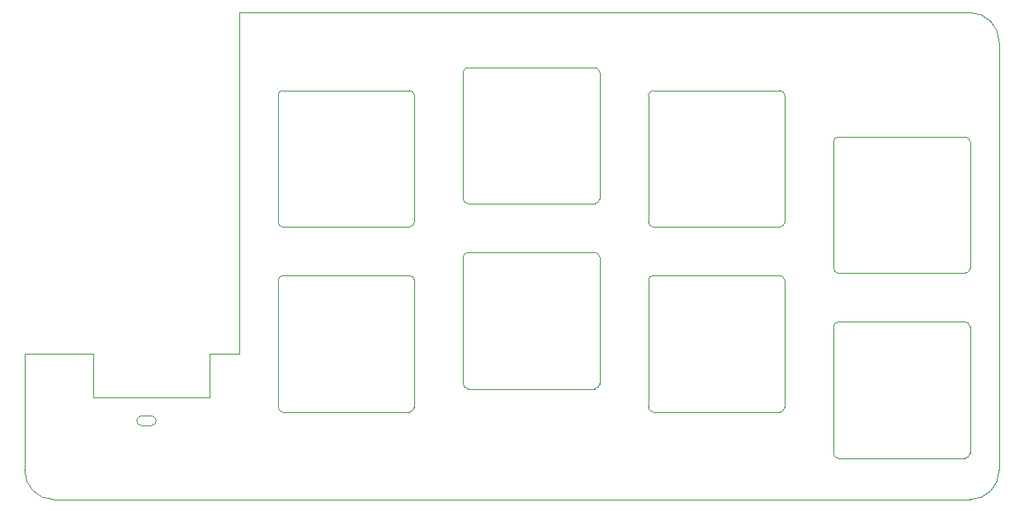
<source format=gbr>
%TF.GenerationSoftware,KiCad,Pcbnew,(5.1.10)-1*%
%TF.CreationDate,2021-09-16T21:09:05-04:00*%
%TF.ProjectId,small-paintbrush-hotswap-mxplate,736d616c-6c2d-4706-9169-6e7462727573,rev?*%
%TF.SameCoordinates,Original*%
%TF.FileFunction,Profile,NP*%
%FSLAX46Y46*%
G04 Gerber Fmt 4.6, Leading zero omitted, Abs format (unit mm)*
G04 Created by KiCad (PCBNEW (5.1.10)-1) date 2021-09-16 21:09:05*
%MOMM*%
%LPD*%
G01*
G04 APERTURE LIST*
%TA.AperFunction,Profile*%
%ADD10C,0.050000*%
%TD*%
G04 APERTURE END LIST*
D10*
X79901737Y-53599424D02*
X72901737Y-53599424D01*
X79901737Y-58099424D02*
X79901737Y-53599424D01*
X91901737Y-58099424D02*
X79901737Y-58099424D01*
X91901737Y-53599424D02*
X91901737Y-58099424D01*
X94901737Y-53599424D02*
X91901737Y-53599424D01*
X85901737Y-59999424D02*
G75*
G02*
X85901737Y-60999424I0J-500000D01*
G01*
X84901737Y-60999424D02*
G75*
G02*
X84901737Y-59999424I0J500000D01*
G01*
X85901737Y-59999424D02*
X84901737Y-59999424D01*
X84901737Y-60999424D02*
X85901737Y-60999424D01*
X72901737Y-65599424D02*
X72901737Y-53599424D01*
X105901737Y-18599424D02*
X94901737Y-18599424D01*
X94901737Y-53599424D02*
X94901737Y-18599424D01*
%TO.C,H1*%
X105901737Y-18599424D02*
X169901737Y-18599424D01*
X169901737Y-68599424D02*
X75901737Y-68599424D01*
X172901737Y-21599424D02*
X172901737Y-65599424D01*
X172901737Y-65599424D02*
G75*
G02*
X169901737Y-68599424I-3000000J0D01*
G01*
X169901737Y-18599424D02*
G75*
G02*
X172901737Y-21599424I0J-3000000D01*
G01*
X75901737Y-68599424D02*
G75*
G02*
X72901737Y-65599424I0J3000000D01*
G01*
%TO.C,H12*%
X156401737Y-50349424D02*
X169401737Y-50349424D01*
X169901737Y-50849424D02*
X169901737Y-63849424D01*
X169401737Y-64349424D02*
X156401737Y-64349424D01*
X155901737Y-63849424D02*
X155901737Y-50849424D01*
X155901737Y-50849424D02*
G75*
G02*
X156401737Y-50349424I500000J0D01*
G01*
X156401737Y-64349424D02*
G75*
G02*
X155901737Y-63849424I0J500000D01*
G01*
X169901737Y-63849424D02*
G75*
G02*
X169401737Y-64349424I-500000J0D01*
G01*
X169401737Y-50349424D02*
G75*
G02*
X169901737Y-50849424I0J-500000D01*
G01*
%TO.C,H11*%
X156401737Y-31349424D02*
X169401737Y-31349424D01*
X169901737Y-31849424D02*
X169901737Y-44849424D01*
X169401737Y-45349424D02*
X156401737Y-45349424D01*
X155901737Y-44849424D02*
X155901737Y-31849424D01*
X155901737Y-31849424D02*
G75*
G02*
X156401737Y-31349424I500000J0D01*
G01*
X156401737Y-45349424D02*
G75*
G02*
X155901737Y-44849424I0J500000D01*
G01*
X169901737Y-44849424D02*
G75*
G02*
X169401737Y-45349424I-500000J0D01*
G01*
X169401737Y-31349424D02*
G75*
G02*
X169901737Y-31849424I0J-500000D01*
G01*
%TO.C,H9*%
X137401737Y-45599424D02*
X150401737Y-45599424D01*
X150901737Y-46099424D02*
X150901737Y-59099424D01*
X150401737Y-59599424D02*
X137401737Y-59599424D01*
X136901737Y-59099424D02*
X136901737Y-46099424D01*
X136901737Y-46099424D02*
G75*
G02*
X137401737Y-45599424I500000J0D01*
G01*
X137401737Y-59599424D02*
G75*
G02*
X136901737Y-59099424I0J500000D01*
G01*
X150901737Y-59099424D02*
G75*
G02*
X150401737Y-59599424I-500000J0D01*
G01*
X150401737Y-45599424D02*
G75*
G02*
X150901737Y-46099424I0J-500000D01*
G01*
%TO.C,H8*%
X99401737Y-26599424D02*
X112401737Y-26599424D01*
X112901737Y-27099424D02*
X112901737Y-40099424D01*
X112401737Y-40599424D02*
X99401737Y-40599424D01*
X98901737Y-40099424D02*
X98901737Y-27099424D01*
X98901737Y-27099424D02*
G75*
G02*
X99401737Y-26599424I500000J0D01*
G01*
X99401737Y-40599424D02*
G75*
G02*
X98901737Y-40099424I0J500000D01*
G01*
X112901737Y-40099424D02*
G75*
G02*
X112401737Y-40599424I-500000J0D01*
G01*
X112401737Y-26599424D02*
G75*
G02*
X112901737Y-27099424I0J-500000D01*
G01*
%TO.C,H6*%
X99401737Y-45599424D02*
X112401737Y-45599424D01*
X112901737Y-46099424D02*
X112901737Y-59099424D01*
X112401737Y-59599424D02*
X99401737Y-59599424D01*
X98901737Y-59099424D02*
X98901737Y-46099424D01*
X98901737Y-46099424D02*
G75*
G02*
X99401737Y-45599424I500000J0D01*
G01*
X99401737Y-59599424D02*
G75*
G02*
X98901737Y-59099424I0J500000D01*
G01*
X112901737Y-59099424D02*
G75*
G02*
X112401737Y-59599424I-500000J0D01*
G01*
X112401737Y-45599424D02*
G75*
G02*
X112901737Y-46099424I0J-500000D01*
G01*
%TO.C,H5*%
X118401737Y-43219424D02*
X131401737Y-43219424D01*
X131901737Y-43719424D02*
X131901737Y-56719424D01*
X131401737Y-57219424D02*
X118401737Y-57219424D01*
X117901737Y-56719424D02*
X117901737Y-43719424D01*
X117901737Y-43719424D02*
G75*
G02*
X118401737Y-43219424I500000J0D01*
G01*
X118401737Y-57219424D02*
G75*
G02*
X117901737Y-56719424I0J500000D01*
G01*
X131901737Y-56719424D02*
G75*
G02*
X131401737Y-57219424I-500000J0D01*
G01*
X131401737Y-43219424D02*
G75*
G02*
X131901737Y-43719424I0J-500000D01*
G01*
%TO.C,H3*%
X137401737Y-26599424D02*
X150401737Y-26599424D01*
X150901737Y-27099424D02*
X150901737Y-40099424D01*
X150401737Y-40599424D02*
X137401737Y-40599424D01*
X136901737Y-40099424D02*
X136901737Y-27099424D01*
X136901737Y-27099424D02*
G75*
G02*
X137401737Y-26599424I500000J0D01*
G01*
X137401737Y-40599424D02*
G75*
G02*
X136901737Y-40099424I0J500000D01*
G01*
X150901737Y-40099424D02*
G75*
G02*
X150401737Y-40599424I-500000J0D01*
G01*
X150401737Y-26599424D02*
G75*
G02*
X150901737Y-27099424I0J-500000D01*
G01*
%TO.C,H2*%
X118401737Y-24219424D02*
X131401737Y-24219424D01*
X131901737Y-24719424D02*
X131901737Y-37719424D01*
X131401737Y-38219424D02*
X118401737Y-38219424D01*
X117901737Y-37719424D02*
X117901737Y-24719424D01*
X117901737Y-24719424D02*
G75*
G02*
X118401737Y-24219424I500000J0D01*
G01*
X118401737Y-38219424D02*
G75*
G02*
X117901737Y-37719424I0J500000D01*
G01*
X131901737Y-37719424D02*
G75*
G02*
X131401737Y-38219424I-500000J0D01*
G01*
X131401737Y-24219424D02*
G75*
G02*
X131901737Y-24719424I0J-500000D01*
G01*
%TD*%
M02*

</source>
